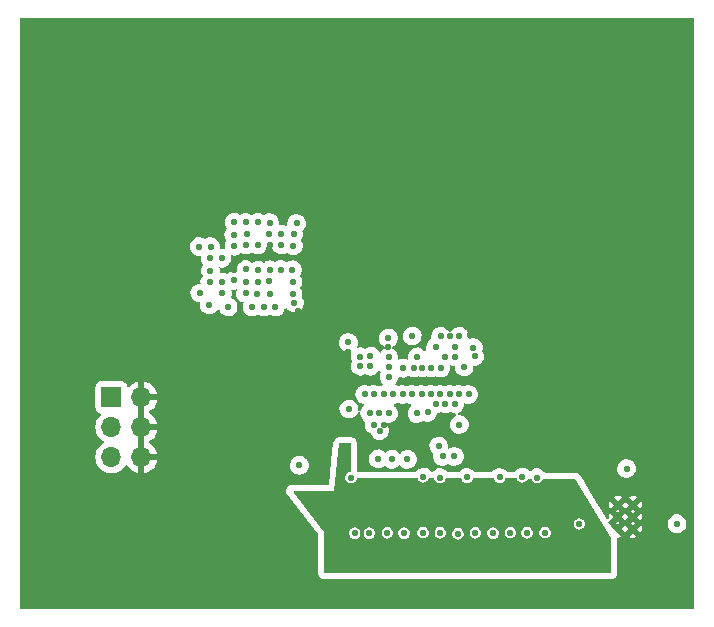
<source format=gbr>
%TF.GenerationSoftware,KiCad,Pcbnew,(5.99.0-3097-g8601b1e63)*%
%TF.CreationDate,2020-09-03T20:39:06+02:00*%
%TF.ProjectId,FD3,4644332e-6b69-4636-9164-5f7063625858,rev?*%
%TF.SameCoordinates,Original*%
%TF.FileFunction,Copper,L5,Inr*%
%TF.FilePolarity,Positive*%
%FSLAX46Y46*%
G04 Gerber Fmt 4.6, Leading zero omitted, Abs format (unit mm)*
G04 Created by KiCad (PCBNEW (5.99.0-3097-g8601b1e63)) date 2020-09-03 20:39:06*
%MOMM*%
%LPD*%
G01*
G04 APERTURE LIST*
%TA.AperFunction,ComponentPad*%
%ADD10R,1.700000X1.700000*%
%TD*%
%TA.AperFunction,ComponentPad*%
%ADD11O,1.700000X1.700000*%
%TD*%
%TA.AperFunction,ComponentPad*%
%ADD12C,0.500000*%
%TD*%
%TA.AperFunction,ViaPad*%
%ADD13C,0.560000*%
%TD*%
G04 APERTURE END LIST*
D10*
%TO.N,/fgpa-logic/m0*%
%TO.C,J33*%
X172712500Y-74100000D03*
D11*
%TO.N,GND*%
X175252500Y-74100000D03*
%TO.N,/fgpa-logic/m1*%
X172712500Y-76640000D03*
%TO.N,GND*%
X175252500Y-76640000D03*
%TO.N,/fgpa-logic/m2*%
X172712500Y-79180000D03*
%TO.N,GND*%
X175252500Y-79180000D03*
%TD*%
D12*
%TO.N,GND*%
%TO.C,U10*%
X215580102Y-83225000D03*
X216880102Y-85225000D03*
X216880102Y-84225000D03*
X215580102Y-84225000D03*
X216880102Y-83225000D03*
X215580102Y-85225000D03*
%TD*%
D13*
%TO.N,GND*%
X188480000Y-66790000D03*
X183080000Y-63330000D03*
X176040000Y-60290000D03*
X201380000Y-68930000D03*
X203070000Y-68840000D03*
X187500000Y-79800000D03*
X216721033Y-76275000D03*
X199725000Y-77325000D03*
X192770000Y-70290000D03*
X215596033Y-74575000D03*
X196160000Y-69880000D03*
X216196033Y-75350000D03*
X186100000Y-61200000D03*
X195800000Y-76410000D03*
X190000000Y-54000000D03*
X201300000Y-77300000D03*
X183590000Y-66410000D03*
X175070000Y-61330000D03*
%TO.N,VCCDDR_1.35V*%
X202180000Y-76400000D03*
X196210000Y-72350000D03*
X196180000Y-75460000D03*
X200580000Y-68930000D03*
X185110000Y-64310000D03*
X202180000Y-68930000D03*
X180140000Y-61340000D03*
X196160000Y-69070000D03*
X192820000Y-75090000D03*
X200425000Y-78225000D03*
X198590000Y-70670000D03*
X194980000Y-76420000D03*
X188040000Y-63300000D03*
X192780000Y-69450000D03*
X182110000Y-65290000D03*
X184200000Y-60300000D03*
%TO.N,+5V*%
X220600000Y-84800000D03*
%TO.N,VCCDDR_1.35V_VREF*%
X196800000Y-83275000D03*
X192730102Y-87625000D03*
X194730102Y-87625000D03*
X203730102Y-87625000D03*
X210900000Y-83275000D03*
X197670000Y-83290000D03*
X199900000Y-83275000D03*
X213730102Y-87625000D03*
X200730102Y-87625000D03*
X196730102Y-87625000D03*
X198730102Y-87625000D03*
X192750000Y-83650000D03*
X201730102Y-87625000D03*
X210730102Y-87625000D03*
X195730102Y-87625000D03*
X209900000Y-83275000D03*
X212730102Y-87625000D03*
X208730102Y-87625000D03*
X204875000Y-83275000D03*
X193975000Y-83275000D03*
X199730102Y-87625000D03*
X204730102Y-87625000D03*
X211730102Y-87625000D03*
X195350000Y-83275000D03*
X206730102Y-87625000D03*
X203875000Y-83275000D03*
X208675000Y-83275000D03*
X205730102Y-87625000D03*
X207730102Y-87625000D03*
X205875000Y-83275000D03*
X201675000Y-83275000D03*
X211900000Y-83275000D03*
X198900000Y-83275000D03*
X202730102Y-87625000D03*
X200775000Y-83275000D03*
X209730102Y-87625000D03*
X207350000Y-83275000D03*
X197730102Y-87625000D03*
X191730102Y-87625000D03*
X193730102Y-87625000D03*
X202725000Y-83275000D03*
%TO.N,Net-(R42-Pad1)*%
X212330102Y-84825000D03*
X216330102Y-80125000D03*
%TO.N,DDR_NWE*%
X183110000Y-61310000D03*
X198970000Y-73850000D03*
X193000000Y-80900000D03*
%TO.N,DDR_NRAS*%
X197370000Y-73850000D03*
X180990000Y-66270000D03*
X195300000Y-79300000D03*
%TO.N,DDR_A0*%
X199100000Y-85550000D03*
X200570000Y-73850000D03*
X187100000Y-60270000D03*
%TO.N,DDR_A1*%
X205575000Y-80875000D03*
X200980000Y-70670000D03*
X187090000Y-63280000D03*
%TO.N,DDR_A2*%
X188400000Y-59369999D03*
X201750000Y-79100000D03*
X201370000Y-73850000D03*
%TO.N,DDR_A3*%
X200180000Y-74660000D03*
X200750000Y-79100000D03*
X183110000Y-59280000D03*
%TO.N,DDR_A4*%
X201780000Y-69870000D03*
X206500000Y-85550000D03*
X187100000Y-61190000D03*
%TO.N,DDR_A5*%
X184100000Y-59290000D03*
X200970000Y-74670000D03*
X202050000Y-85650000D03*
%TO.N,DDR_A6*%
X207500000Y-80850000D03*
X201780000Y-70670000D03*
X188130000Y-61260000D03*
%TO.N,DDR_A7*%
X185100000Y-59280000D03*
X203525000Y-85575000D03*
X201780000Y-74660000D03*
%TO.N,DDR_A8*%
X209425000Y-85550000D03*
X203361851Y-69885802D03*
X182070000Y-62330000D03*
%TO.N,DDR_A9*%
X202170000Y-73850000D03*
X186090000Y-60300000D03*
X202825000Y-80875000D03*
%TO.N,DDR_A10*%
X199000000Y-71620000D03*
X186600000Y-66450000D03*
X196475000Y-79350000D03*
%TO.N,DDR_A11*%
X202570000Y-71530000D03*
X207900000Y-85575000D03*
X181070000Y-62330000D03*
%TO.N,DDR_A12*%
X188100000Y-65350000D03*
X199125000Y-80850000D03*
X200590000Y-71620000D03*
%TO.N,DDR_A13*%
X202970000Y-73850000D03*
X205025000Y-85600000D03*
X186110000Y-59310000D03*
%TO.N,DDR_A14*%
X188140000Y-60280000D03*
X203475000Y-70625000D03*
X203475000Y-70625000D03*
X208750000Y-80900000D03*
%TO.N,DDR_A15*%
X199760000Y-71620000D03*
X188200000Y-66110000D03*
X196075000Y-85575000D03*
%TO.N,DDR_ODT*%
X195425000Y-76925000D03*
X184130000Y-64340000D03*
X188625000Y-79850000D03*
%TO.N,DDR_CKE*%
X198180000Y-68900000D03*
X193300000Y-85600000D03*
%TO.N,DDR_NCS*%
X181110000Y-61330000D03*
X197775000Y-79350000D03*
X198580000Y-75460000D03*
%TO.N,DDR_NCAS*%
X181100000Y-63380000D03*
X194550000Y-85600000D03*
X198170000Y-73850000D03*
%TO.N,DDR_DQ5*%
X196180000Y-70680000D03*
X185070000Y-65330000D03*
%TO.N,DDR_DQ6*%
X182100000Y-64340000D03*
X195380000Y-75460000D03*
%TO.N,DDR_DQ0*%
X184070000Y-65290000D03*
X194170000Y-73850000D03*
%TO.N,DDR_DQ3*%
X194640000Y-70610000D03*
X186110000Y-65310000D03*
%TO.N,DDR_BA1*%
X185120000Y-63320000D03*
X200160000Y-69870000D03*
X197500000Y-85600000D03*
%TO.N,DDR_DQ4*%
X183100000Y-64200000D03*
X196570000Y-73850000D03*
%TO.N,DDR_BA2*%
X200525000Y-80900000D03*
X184100000Y-63270000D03*
X199770000Y-73850000D03*
%TO.N,DDR_DQ2*%
X194580000Y-75460000D03*
X182610000Y-66450000D03*
%TO.N,DDR_DQ1*%
X194610000Y-71460000D03*
X185600000Y-66460000D03*
%TO.N,DDR_DQ7*%
X196190000Y-71560000D03*
X184600000Y-66440000D03*
%TO.N,DDR_BA0*%
X188080000Y-64330000D03*
X199480000Y-75370000D03*
X200550000Y-85575000D03*
%TO.N,DDR_CK_P*%
X184100000Y-61190000D03*
X197370000Y-71630000D03*
%TO.N,DDR_CK_N*%
X198320000Y-71620000D03*
X185100000Y-61200000D03*
%TO.N,DDR_DQS_P*%
X181050000Y-64340000D03*
X194970000Y-73850000D03*
%TO.N,DDR_DQS_N*%
X195770000Y-73850000D03*
X180200000Y-65260000D03*
%TO.N,Net-(U11-PadU6)*%
X183060000Y-60350000D03*
%TO.N,DDR_TDQS_N*%
X193790000Y-71460000D03*
X186090000Y-64220000D03*
%TO.N,DDR_TDQS_P*%
X186110000Y-63300000D03*
X193780000Y-70660000D03*
%TD*%
%TA.AperFunction,Conductor*%
%TO.N,VCCDDR_1.35V_VREF*%
G36*
X193000000Y-80411579D02*
G01*
X192832950Y-80441035D01*
X192686050Y-80525848D01*
X192577016Y-80655790D01*
X192519000Y-80815187D01*
X192519000Y-80984813D01*
X192577016Y-81144210D01*
X192631533Y-81209180D01*
X192686050Y-81274152D01*
X192832950Y-81358965D01*
X193000000Y-81388420D01*
X193167050Y-81358965D01*
X193313950Y-81274152D01*
X193422984Y-81144210D01*
X193432084Y-81119209D01*
X193481000Y-80984813D01*
X193481000Y-80984812D01*
X193511869Y-80900000D01*
X194599986Y-80900000D01*
X196215903Y-80909287D01*
X198639779Y-80923217D01*
X198667608Y-80999675D01*
X198702016Y-81094210D01*
X198743971Y-81144210D01*
X198811050Y-81224152D01*
X198957950Y-81308965D01*
X199125000Y-81338420D01*
X199292050Y-81308965D01*
X199438950Y-81224152D01*
X199506029Y-81144210D01*
X199547984Y-81094210D01*
X199594712Y-80965827D01*
X199608195Y-80928783D01*
X199872590Y-80930302D01*
X200024477Y-80931175D01*
X200044000Y-80984813D01*
X200102016Y-81144210D01*
X200156533Y-81209180D01*
X200211050Y-81274152D01*
X200357950Y-81358965D01*
X200525000Y-81388420D01*
X200692050Y-81358965D01*
X200838950Y-81274152D01*
X200947984Y-81144210D01*
X201023433Y-80936916D01*
X201620046Y-80940345D01*
X202338417Y-80944474D01*
X202344000Y-80959813D01*
X202402016Y-81119210D01*
X202422993Y-81144209D01*
X202511050Y-81249152D01*
X202657950Y-81333965D01*
X202825000Y-81363420D01*
X202992050Y-81333965D01*
X203138950Y-81249152D01*
X203227007Y-81144209D01*
X203247984Y-81119210D01*
X203291373Y-81000000D01*
X203309552Y-80950055D01*
X203687473Y-80952227D01*
X205094181Y-80960311D01*
X205102835Y-80984088D01*
X205152016Y-81119210D01*
X205172993Y-81144209D01*
X205261050Y-81249152D01*
X205407950Y-81333965D01*
X205575000Y-81363420D01*
X205742050Y-81333965D01*
X205888950Y-81249152D01*
X205977007Y-81144209D01*
X205997984Y-81119210D01*
X206053811Y-80965827D01*
X206751611Y-80969837D01*
X207032335Y-80971450D01*
X207077016Y-81094210D01*
X207118971Y-81144210D01*
X207186050Y-81224152D01*
X207332950Y-81308965D01*
X207500000Y-81338420D01*
X207667050Y-81308965D01*
X207813950Y-81224152D01*
X207922984Y-81094210D01*
X207965714Y-80976814D01*
X208266718Y-80978544D01*
X208291916Y-81047775D01*
X208327016Y-81144210D01*
X208381533Y-81209180D01*
X208436050Y-81274152D01*
X208582950Y-81358965D01*
X208750000Y-81388420D01*
X208917050Y-81358965D01*
X209063950Y-81274152D01*
X209118467Y-81209180D01*
X209172984Y-81144210D01*
X209231000Y-80984813D01*
X209231264Y-80984088D01*
X211943496Y-80999675D01*
X212000000Y-81000000D01*
X215000000Y-86000000D01*
X215000000Y-89000000D01*
X190712500Y-89000000D01*
X190712500Y-85515187D01*
X192819000Y-85515187D01*
X192819000Y-85684813D01*
X192877016Y-85844210D01*
X192918971Y-85894210D01*
X192986050Y-85974152D01*
X193132950Y-86058965D01*
X193300000Y-86088420D01*
X193467050Y-86058965D01*
X193613950Y-85974152D01*
X193681029Y-85894210D01*
X193722984Y-85844210D01*
X193781000Y-85684813D01*
X193781000Y-85515187D01*
X194069000Y-85515187D01*
X194069000Y-85684813D01*
X194127016Y-85844210D01*
X194168971Y-85894210D01*
X194236050Y-85974152D01*
X194382950Y-86058965D01*
X194550000Y-86088420D01*
X194717050Y-86058965D01*
X194863950Y-85974152D01*
X194931029Y-85894210D01*
X194972984Y-85844210D01*
X195031000Y-85684813D01*
X195031000Y-85515187D01*
X195021901Y-85490187D01*
X195594000Y-85490187D01*
X195594000Y-85659813D01*
X195652016Y-85819210D01*
X195672993Y-85844209D01*
X195761050Y-85949152D01*
X195907950Y-86033965D01*
X196075000Y-86063420D01*
X196242050Y-86033965D01*
X196388950Y-85949152D01*
X196477007Y-85844209D01*
X196497984Y-85819210D01*
X196556000Y-85659813D01*
X196556000Y-85515187D01*
X197019000Y-85515187D01*
X197019000Y-85684813D01*
X197077016Y-85844210D01*
X197118971Y-85894210D01*
X197186050Y-85974152D01*
X197332950Y-86058965D01*
X197500000Y-86088420D01*
X197667050Y-86058965D01*
X197813950Y-85974152D01*
X197881029Y-85894210D01*
X197922984Y-85844210D01*
X197981000Y-85684813D01*
X197981000Y-85515187D01*
X197962802Y-85465187D01*
X198619000Y-85465187D01*
X198619000Y-85634813D01*
X198677016Y-85794210D01*
X198718971Y-85844210D01*
X198786050Y-85924152D01*
X198932950Y-86008965D01*
X199100000Y-86038420D01*
X199267050Y-86008965D01*
X199413950Y-85924152D01*
X199481029Y-85844210D01*
X199522984Y-85794210D01*
X199581000Y-85634813D01*
X199581000Y-85490187D01*
X200069000Y-85490187D01*
X200069000Y-85659813D01*
X200127016Y-85819210D01*
X200147993Y-85844209D01*
X200236050Y-85949152D01*
X200382950Y-86033965D01*
X200550000Y-86063420D01*
X200717050Y-86033965D01*
X200863950Y-85949152D01*
X200952007Y-85844209D01*
X200972984Y-85819210D01*
X201031000Y-85659813D01*
X201031000Y-85565187D01*
X201569000Y-85565187D01*
X201569000Y-85734813D01*
X201627016Y-85894210D01*
X201673117Y-85949151D01*
X201736050Y-86024152D01*
X201882950Y-86108965D01*
X202050000Y-86138420D01*
X202217050Y-86108965D01*
X202363950Y-86024152D01*
X202426883Y-85949151D01*
X202472984Y-85894210D01*
X202531000Y-85734813D01*
X202531000Y-85565187D01*
X202503703Y-85490187D01*
X203044000Y-85490187D01*
X203044000Y-85659813D01*
X203102016Y-85819210D01*
X203122993Y-85844209D01*
X203211050Y-85949152D01*
X203357950Y-86033965D01*
X203525000Y-86063420D01*
X203692050Y-86033965D01*
X203838950Y-85949152D01*
X203927007Y-85844209D01*
X203947984Y-85819210D01*
X204006000Y-85659813D01*
X204006000Y-85515187D01*
X204544000Y-85515187D01*
X204544000Y-85684813D01*
X204602016Y-85844210D01*
X204643971Y-85894210D01*
X204711050Y-85974152D01*
X204857950Y-86058965D01*
X205025000Y-86088420D01*
X205192050Y-86058965D01*
X205338950Y-85974152D01*
X205406029Y-85894210D01*
X205447984Y-85844210D01*
X205506000Y-85684813D01*
X205506000Y-85515187D01*
X205487802Y-85465187D01*
X206019000Y-85465187D01*
X206019000Y-85634813D01*
X206077016Y-85794210D01*
X206118971Y-85844210D01*
X206186050Y-85924152D01*
X206332950Y-86008965D01*
X206500000Y-86038420D01*
X206667050Y-86008965D01*
X206813950Y-85924152D01*
X206881029Y-85844210D01*
X206922984Y-85794210D01*
X206981000Y-85634813D01*
X206981000Y-85490187D01*
X207419000Y-85490187D01*
X207419000Y-85659813D01*
X207477016Y-85819210D01*
X207497993Y-85844209D01*
X207586050Y-85949152D01*
X207732950Y-86033965D01*
X207900000Y-86063420D01*
X208067050Y-86033965D01*
X208213950Y-85949152D01*
X208302007Y-85844209D01*
X208322984Y-85819210D01*
X208381000Y-85659813D01*
X208381000Y-85490187D01*
X208371901Y-85465187D01*
X208944000Y-85465187D01*
X208944000Y-85634813D01*
X209002016Y-85794210D01*
X209043971Y-85844210D01*
X209111050Y-85924152D01*
X209257950Y-86008965D01*
X209425000Y-86038420D01*
X209592050Y-86008965D01*
X209738950Y-85924152D01*
X209806029Y-85844210D01*
X209847984Y-85794210D01*
X209906000Y-85634813D01*
X209906000Y-85465187D01*
X209847984Y-85305790D01*
X209780905Y-85225849D01*
X209738950Y-85175848D01*
X209592050Y-85091035D01*
X209425000Y-85061580D01*
X209257950Y-85091035D01*
X209111050Y-85175848D01*
X209069095Y-85225849D01*
X209002016Y-85305790D01*
X208944000Y-85465187D01*
X208371901Y-85465187D01*
X208322984Y-85330790D01*
X208234927Y-85225848D01*
X208213950Y-85200848D01*
X208067050Y-85116035D01*
X207900000Y-85086580D01*
X207732950Y-85116035D01*
X207586050Y-85200848D01*
X207565073Y-85225848D01*
X207477016Y-85330790D01*
X207419000Y-85490187D01*
X206981000Y-85490187D01*
X206981000Y-85465187D01*
X206922984Y-85305790D01*
X206855905Y-85225849D01*
X206813950Y-85175848D01*
X206667050Y-85091035D01*
X206500000Y-85061580D01*
X206332950Y-85091035D01*
X206186050Y-85175848D01*
X206144095Y-85225849D01*
X206077016Y-85305790D01*
X206019000Y-85465187D01*
X205487802Y-85465187D01*
X205447984Y-85355790D01*
X205380905Y-85275849D01*
X205338950Y-85225848D01*
X205192050Y-85141035D01*
X205025000Y-85111580D01*
X204857950Y-85141035D01*
X204711050Y-85225848D01*
X204669095Y-85275849D01*
X204602016Y-85355790D01*
X204544000Y-85515187D01*
X204006000Y-85515187D01*
X204006000Y-85490187D01*
X203947984Y-85330790D01*
X203859927Y-85225848D01*
X203838950Y-85200848D01*
X203692050Y-85116035D01*
X203525000Y-85086580D01*
X203357950Y-85116035D01*
X203211050Y-85200848D01*
X203190073Y-85225848D01*
X203102016Y-85330790D01*
X203044000Y-85490187D01*
X202503703Y-85490187D01*
X202472984Y-85405790D01*
X202395476Y-85313420D01*
X202363950Y-85275848D01*
X202217050Y-85191035D01*
X202050000Y-85161580D01*
X201882950Y-85191035D01*
X201736050Y-85275848D01*
X201704524Y-85313420D01*
X201627016Y-85405790D01*
X201569000Y-85565187D01*
X201031000Y-85565187D01*
X201031000Y-85490187D01*
X200972984Y-85330790D01*
X200884927Y-85225848D01*
X200863950Y-85200848D01*
X200717050Y-85116035D01*
X200550000Y-85086580D01*
X200382950Y-85116035D01*
X200236050Y-85200848D01*
X200215073Y-85225848D01*
X200127016Y-85330790D01*
X200069000Y-85490187D01*
X199581000Y-85490187D01*
X199581000Y-85465187D01*
X199522984Y-85305790D01*
X199455905Y-85225849D01*
X199413950Y-85175848D01*
X199267050Y-85091035D01*
X199100000Y-85061580D01*
X198932950Y-85091035D01*
X198786050Y-85175848D01*
X198744095Y-85225849D01*
X198677016Y-85305790D01*
X198619000Y-85465187D01*
X197962802Y-85465187D01*
X197922984Y-85355790D01*
X197855905Y-85275849D01*
X197813950Y-85225848D01*
X197667050Y-85141035D01*
X197500000Y-85111580D01*
X197332950Y-85141035D01*
X197186050Y-85225848D01*
X197144095Y-85275849D01*
X197077016Y-85355790D01*
X197019000Y-85515187D01*
X196556000Y-85515187D01*
X196556000Y-85490187D01*
X196497984Y-85330790D01*
X196409927Y-85225848D01*
X196388950Y-85200848D01*
X196242050Y-85116035D01*
X196075000Y-85086580D01*
X195907950Y-85116035D01*
X195761050Y-85200848D01*
X195740073Y-85225848D01*
X195652016Y-85330790D01*
X195594000Y-85490187D01*
X195021901Y-85490187D01*
X194972984Y-85355790D01*
X194905905Y-85275849D01*
X194863950Y-85225848D01*
X194717050Y-85141035D01*
X194550000Y-85111580D01*
X194382950Y-85141035D01*
X194236050Y-85225848D01*
X194194095Y-85275849D01*
X194127016Y-85355790D01*
X194069000Y-85515187D01*
X193781000Y-85515187D01*
X193722984Y-85355790D01*
X193655905Y-85275849D01*
X193613950Y-85225848D01*
X193467050Y-85141035D01*
X193300000Y-85111580D01*
X193132950Y-85141035D01*
X192986050Y-85225848D01*
X192944095Y-85275849D01*
X192877016Y-85355790D01*
X192819000Y-85515187D01*
X190712500Y-85515187D01*
X190712500Y-85499999D01*
X190123646Y-84740187D01*
X211849102Y-84740187D01*
X211849102Y-84909813D01*
X211907118Y-85069210D01*
X211942671Y-85111580D01*
X212016152Y-85199152D01*
X212163052Y-85283965D01*
X212330102Y-85313420D01*
X212497152Y-85283965D01*
X212644052Y-85199152D01*
X212717533Y-85111580D01*
X212753086Y-85069210D01*
X212811102Y-84909813D01*
X212811102Y-84740187D01*
X212753086Y-84580790D01*
X212698569Y-84515820D01*
X212644052Y-84450848D01*
X212497152Y-84366035D01*
X212330102Y-84336580D01*
X212163052Y-84366035D01*
X212016152Y-84450848D01*
X211907118Y-84580790D01*
X211849102Y-84740187D01*
X190123646Y-84740187D01*
X188157468Y-82203184D01*
X188131549Y-82137088D01*
X188145479Y-82067471D01*
X188194835Y-82016437D01*
X188257060Y-82000000D01*
X191587500Y-82000000D01*
X192000000Y-78000000D01*
X193000000Y-78000000D01*
X193000000Y-80411579D01*
G37*
%TD.AperFunction*%
%TD*%
%TA.AperFunction,Conductor*%
%TO.N,GND*%
G36*
X222000000Y-92000000D02*
G01*
X165000000Y-92000000D01*
X165000000Y-82044703D01*
X187493971Y-82044703D01*
X187493971Y-82044704D01*
X187527063Y-82185458D01*
X187598470Y-82311188D01*
X188680218Y-83706992D01*
X190204500Y-85673807D01*
X190204500Y-89000002D01*
X190250406Y-89211030D01*
X190328579Y-89332670D01*
X190424984Y-89416205D01*
X190437854Y-89427357D01*
X190513919Y-89462094D01*
X190569382Y-89487423D01*
X190712497Y-89508000D01*
X215000002Y-89508000D01*
X215211030Y-89462094D01*
X215332670Y-89383921D01*
X215427356Y-89274647D01*
X215427357Y-89274646D01*
X215487422Y-89143120D01*
X215487423Y-89143118D01*
X215508000Y-89000003D01*
X215508000Y-86004929D01*
X215789816Y-85958780D01*
X215907536Y-85909778D01*
X216548876Y-85909778D01*
X216570306Y-85922452D01*
X216739063Y-85975014D01*
X216915386Y-85987344D01*
X217089816Y-85958780D01*
X217210214Y-85908664D01*
X216880102Y-85578552D01*
X216548876Y-85909778D01*
X215907536Y-85909778D01*
X215910213Y-85908664D01*
X215226549Y-85225000D01*
X215933654Y-85225000D01*
X216230102Y-85521448D01*
X216526550Y-85225000D01*
X217233654Y-85225000D01*
X217563158Y-85554504D01*
X217593286Y-85496628D01*
X217636646Y-85325273D01*
X217638128Y-85136622D01*
X217597466Y-84964612D01*
X217562957Y-84895698D01*
X217233654Y-85225000D01*
X216526550Y-85225000D01*
X216230102Y-84928552D01*
X215933654Y-85225000D01*
X215226549Y-85225000D01*
X214978738Y-84977190D01*
X214971192Y-84964612D01*
X214827425Y-84725000D01*
X215433654Y-84725000D01*
X215580102Y-84871448D01*
X215726550Y-84725000D01*
X216733654Y-84725000D01*
X216880102Y-84871448D01*
X216959889Y-84791661D01*
X219803626Y-84791661D01*
X219830719Y-85006126D01*
X219830720Y-85006128D01*
X219914490Y-85205409D01*
X220048765Y-85374822D01*
X220223653Y-85501885D01*
X220365990Y-85554820D01*
X220426267Y-85577237D01*
X220641681Y-85595326D01*
X220854023Y-85554820D01*
X220921250Y-85521448D01*
X221047653Y-85458701D01*
X221208300Y-85314053D01*
X221324131Y-85131533D01*
X221386612Y-84924587D01*
X221389048Y-84691914D01*
X221357397Y-84578552D01*
X221330916Y-84483706D01*
X221218932Y-84298799D01*
X221061349Y-84150818D01*
X220869777Y-84050667D01*
X220658328Y-84005722D01*
X220658324Y-84005722D01*
X220442582Y-84019294D01*
X220238436Y-84090386D01*
X220238435Y-84090387D01*
X220238434Y-84090387D01*
X220060924Y-84213760D01*
X219923131Y-84380323D01*
X219923129Y-84380326D01*
X219921259Y-84384527D01*
X219860299Y-84521448D01*
X219835206Y-84577808D01*
X219803626Y-84791661D01*
X216959889Y-84791661D01*
X217026550Y-84725000D01*
X216880102Y-84578552D01*
X216733654Y-84725000D01*
X215726550Y-84725000D01*
X215580102Y-84578552D01*
X215433654Y-84725000D01*
X214827425Y-84725000D01*
X214789596Y-84661953D01*
X215226550Y-84225000D01*
X215933654Y-84225000D01*
X216230102Y-84521448D01*
X216526550Y-84225000D01*
X217233654Y-84225000D01*
X217563158Y-84554503D01*
X217593286Y-84496628D01*
X217636646Y-84325273D01*
X217638128Y-84136622D01*
X217597466Y-83964612D01*
X217562957Y-83895698D01*
X217233654Y-84225000D01*
X216526550Y-84225000D01*
X216230102Y-83928552D01*
X215933654Y-84225000D01*
X215226550Y-84225000D01*
X214894749Y-83893200D01*
X214838813Y-84043609D01*
X214816966Y-84219006D01*
X214819789Y-84244993D01*
X214807261Y-84314876D01*
X214758941Y-84366892D01*
X214690170Y-84384527D01*
X214622781Y-84362181D01*
X214586482Y-84323428D01*
X214227426Y-83725000D01*
X215433654Y-83725000D01*
X215580102Y-83871448D01*
X215726550Y-83725000D01*
X216733654Y-83725000D01*
X216880102Y-83871448D01*
X217026550Y-83725000D01*
X216880102Y-83578552D01*
X216733654Y-83725000D01*
X215726550Y-83725000D01*
X215580102Y-83578552D01*
X215433654Y-83725000D01*
X214227426Y-83725000D01*
X213923830Y-83219007D01*
X214816966Y-83219007D01*
X214836054Y-83394724D01*
X214893789Y-83557760D01*
X215226550Y-83225000D01*
X215933654Y-83225000D01*
X216230102Y-83521448D01*
X216526550Y-83225000D01*
X217233654Y-83225000D01*
X217563158Y-83554503D01*
X217593286Y-83496628D01*
X217636646Y-83325273D01*
X217638128Y-83136622D01*
X217597466Y-82964613D01*
X217562956Y-82895698D01*
X217233654Y-83225000D01*
X216526550Y-83225000D01*
X216230102Y-82928552D01*
X215933654Y-83225000D01*
X215226550Y-83225000D01*
X214894750Y-82893200D01*
X214838813Y-83043609D01*
X214816966Y-83219007D01*
X213923830Y-83219007D01*
X213516956Y-82540884D01*
X215249538Y-82540884D01*
X215580102Y-82871448D01*
X215909783Y-82541767D01*
X215907753Y-82540884D01*
X216549538Y-82540884D01*
X216880102Y-82871448D01*
X217209783Y-82541767D01*
X217101318Y-82494606D01*
X216927357Y-82463304D01*
X216750861Y-82472864D01*
X216581298Y-82522768D01*
X216549538Y-82540884D01*
X215907753Y-82540884D01*
X215801318Y-82494606D01*
X215627357Y-82463304D01*
X215450861Y-82472864D01*
X215281298Y-82522768D01*
X215249538Y-82540884D01*
X213516956Y-82540884D01*
X212435605Y-80738634D01*
X212385828Y-80669544D01*
X212277098Y-80574230D01*
X212277097Y-80574229D01*
X212145919Y-80513408D01*
X212145918Y-80513408D01*
X212145916Y-80513407D01*
X212002923Y-80492008D01*
X209416379Y-80477143D01*
X209391138Y-80435466D01*
X209368932Y-80398799D01*
X209211349Y-80250818D01*
X209019777Y-80150667D01*
X208859792Y-80116661D01*
X215533728Y-80116661D01*
X215560821Y-80331126D01*
X215560928Y-80331381D01*
X215644592Y-80530409D01*
X215778867Y-80699822D01*
X215953755Y-80826885D01*
X216096092Y-80879820D01*
X216156369Y-80902237D01*
X216371783Y-80920326D01*
X216584125Y-80879820D01*
X216585507Y-80879134D01*
X216777755Y-80783701D01*
X216938402Y-80639053D01*
X217054233Y-80456533D01*
X217092019Y-80331381D01*
X217116714Y-80249588D01*
X217119150Y-80016913D01*
X217061018Y-79808706D01*
X216949034Y-79623799D01*
X216938653Y-79614051D01*
X216791451Y-79475818D01*
X216599879Y-79375667D01*
X216388430Y-79330722D01*
X216388426Y-79330722D01*
X216172684Y-79344294D01*
X215968538Y-79415386D01*
X215968537Y-79415387D01*
X215968536Y-79415387D01*
X215791026Y-79538760D01*
X215678466Y-79674822D01*
X215653231Y-79705326D01*
X215627321Y-79763523D01*
X215576693Y-79877237D01*
X215565308Y-79902808D01*
X215533728Y-80116661D01*
X208859792Y-80116661D01*
X208808328Y-80105722D01*
X208808324Y-80105722D01*
X208592582Y-80119294D01*
X208388436Y-80190386D01*
X208388435Y-80190387D01*
X208388434Y-80190387D01*
X208238456Y-80294625D01*
X208136617Y-80365405D01*
X207961350Y-80200819D01*
X207961349Y-80200818D01*
X207769777Y-80100667D01*
X207558328Y-80055722D01*
X207558324Y-80055722D01*
X207342582Y-80069294D01*
X207138436Y-80140386D01*
X207138435Y-80140387D01*
X207138434Y-80140387D01*
X206972938Y-80255410D01*
X206960923Y-80263761D01*
X206905194Y-80331126D01*
X206829663Y-80422428D01*
X206796853Y-80462088D01*
X206245483Y-80458919D01*
X206193933Y-80373800D01*
X206184993Y-80365405D01*
X206036349Y-80225818D01*
X205844777Y-80125667D01*
X205633328Y-80080722D01*
X205633324Y-80080722D01*
X205417582Y-80094294D01*
X205213436Y-80165386D01*
X205213435Y-80165387D01*
X205213434Y-80165387D01*
X205071893Y-80263761D01*
X205035923Y-80288761D01*
X204972518Y-80365405D01*
X204901546Y-80451196D01*
X203485879Y-80443059D01*
X203443933Y-80373799D01*
X203353375Y-80288760D01*
X203286349Y-80225818D01*
X203094777Y-80125667D01*
X202883328Y-80080722D01*
X202883324Y-80080722D01*
X202667582Y-80094294D01*
X202463436Y-80165386D01*
X202463435Y-80165387D01*
X202463434Y-80165387D01*
X202285924Y-80288760D01*
X202164558Y-80435466D01*
X201176934Y-80429790D01*
X201106929Y-80364051D01*
X200986349Y-80250818D01*
X200794777Y-80150667D01*
X200769953Y-80145391D01*
X200707483Y-80111664D01*
X200673161Y-80049515D01*
X200677888Y-79978676D01*
X200720163Y-79921638D01*
X200776042Y-79905455D01*
X200774727Y-79898560D01*
X200791680Y-79895326D01*
X200791681Y-79895326D01*
X201004025Y-79854819D01*
X201197653Y-79758701D01*
X201266901Y-79724326D01*
X201373654Y-79801886D01*
X201576265Y-79877237D01*
X201791681Y-79895326D01*
X202004023Y-79854820D01*
X202009589Y-79852057D01*
X202197653Y-79758701D01*
X202358300Y-79614053D01*
X202474131Y-79431533D01*
X202516361Y-79291661D01*
X202536612Y-79224588D01*
X202539048Y-78991913D01*
X202480916Y-78783706D01*
X202368932Y-78598799D01*
X202359973Y-78590386D01*
X202211349Y-78450818D01*
X202019777Y-78350667D01*
X201808328Y-78305722D01*
X201808324Y-78305722D01*
X201592582Y-78319294D01*
X201212310Y-78451720D01*
X201211349Y-78450818D01*
X201210556Y-78450404D01*
X201214048Y-78116913D01*
X201155916Y-77908706D01*
X201043932Y-77723799D01*
X200967521Y-77652044D01*
X200886349Y-77575818D01*
X200694777Y-77475667D01*
X200483328Y-77430722D01*
X200483324Y-77430722D01*
X200267582Y-77444294D01*
X200063436Y-77515386D01*
X200063435Y-77515387D01*
X200063434Y-77515387D01*
X199885924Y-77638760D01*
X199748131Y-77805323D01*
X199748129Y-77805326D01*
X199660206Y-78002808D01*
X199628626Y-78216661D01*
X199655719Y-78431126D01*
X199655720Y-78431128D01*
X199739490Y-78630409D01*
X199873765Y-78799822D01*
X199984808Y-78880499D01*
X199976394Y-78937479D01*
X199953626Y-79091661D01*
X199980719Y-79306126D01*
X199996764Y-79344295D01*
X200064490Y-79505409D01*
X200198765Y-79674822D01*
X200373653Y-79801885D01*
X200410408Y-79815554D01*
X200547164Y-79866414D01*
X200604040Y-79908907D01*
X200628913Y-79975403D01*
X200613888Y-80044792D01*
X200563733Y-80095041D01*
X200511154Y-80110262D01*
X200367582Y-80119294D01*
X200163436Y-80190386D01*
X200163435Y-80190387D01*
X200163434Y-80190387D01*
X199985924Y-80313760D01*
X199985923Y-80313761D01*
X199896025Y-80422428D01*
X199788148Y-80421808D01*
X199743932Y-80348799D01*
X199586349Y-80200818D01*
X199394777Y-80100667D01*
X199183328Y-80055722D01*
X199183324Y-80055722D01*
X198967582Y-80069294D01*
X198763436Y-80140386D01*
X198763435Y-80140387D01*
X198763434Y-80140387D01*
X198597938Y-80255410D01*
X198585923Y-80263761D01*
X198479828Y-80392009D01*
X198461483Y-80414184D01*
X194602919Y-80392008D01*
X194600000Y-80392000D01*
X193611692Y-80392000D01*
X193547138Y-80331379D01*
X193508000Y-80294625D01*
X193508000Y-79291661D01*
X194503626Y-79291661D01*
X194530719Y-79506126D01*
X194530720Y-79506128D01*
X194614490Y-79705409D01*
X194748765Y-79874822D01*
X194923653Y-80001885D01*
X195126267Y-80077237D01*
X195341681Y-80095326D01*
X195554023Y-80054820D01*
X195747653Y-79958701D01*
X195806788Y-79905455D01*
X195847123Y-79869137D01*
X195923763Y-79924820D01*
X195923765Y-79924822D01*
X196098653Y-80051885D01*
X196301267Y-80127237D01*
X196516681Y-80145326D01*
X196729023Y-80104820D01*
X196748148Y-80095326D01*
X196922653Y-80008701D01*
X197083300Y-79864053D01*
X197083301Y-79864052D01*
X197137162Y-79815555D01*
X197223765Y-79924822D01*
X197398653Y-80051885D01*
X197601267Y-80127237D01*
X197816681Y-80145326D01*
X198029023Y-80104820D01*
X198048148Y-80095326D01*
X198222653Y-80008701D01*
X198383300Y-79864053D01*
X198499131Y-79681533D01*
X198561240Y-79475819D01*
X198561612Y-79474588D01*
X198564048Y-79241913D01*
X198505916Y-79033706D01*
X198393932Y-78848799D01*
X198236349Y-78700818D01*
X198044777Y-78600667D01*
X197833328Y-78555722D01*
X197833324Y-78555722D01*
X197617582Y-78569294D01*
X197413436Y-78640386D01*
X197413435Y-78640387D01*
X197413434Y-78640387D01*
X197235924Y-78763760D01*
X197206092Y-78799821D01*
X197134251Y-78886661D01*
X197093932Y-78848799D01*
X196936349Y-78700818D01*
X196744777Y-78600667D01*
X196533328Y-78555722D01*
X196533324Y-78555722D01*
X196317582Y-78569294D01*
X196113434Y-78640387D01*
X195904715Y-78785449D01*
X195761349Y-78650818D01*
X195569777Y-78550667D01*
X195358328Y-78505722D01*
X195358324Y-78505722D01*
X195142582Y-78519294D01*
X194938436Y-78590386D01*
X194938435Y-78590387D01*
X194938434Y-78590387D01*
X194760924Y-78713760D01*
X194623131Y-78880323D01*
X194623129Y-78880326D01*
X194597682Y-78937482D01*
X194538997Y-79069294D01*
X194535206Y-79077808D01*
X194503626Y-79291661D01*
X193508000Y-79291661D01*
X193508000Y-77999998D01*
X193462094Y-77788970D01*
X193383921Y-77667330D01*
X193274647Y-77572644D01*
X193274646Y-77572643D01*
X193143120Y-77512578D01*
X193143118Y-77512577D01*
X193000003Y-77492000D01*
X192000000Y-77492000D01*
X191837484Y-77518697D01*
X191709998Y-77583205D01*
X191708467Y-77583980D01*
X191606421Y-77679819D01*
X191603071Y-77682965D01*
X191529830Y-77807635D01*
X191529829Y-77807637D01*
X191529829Y-77807638D01*
X191494679Y-77947891D01*
X191337112Y-79475819D01*
X191129194Y-81492000D01*
X187999999Y-81492000D01*
X187883736Y-81505483D01*
X187749125Y-81558269D01*
X187634838Y-81646842D01*
X187550132Y-81764027D01*
X187516894Y-81857905D01*
X187501874Y-81900327D01*
X187493971Y-82044703D01*
X165000000Y-82044703D01*
X165000000Y-73250000D01*
X171346663Y-73250000D01*
X171346663Y-74950000D01*
X171370866Y-75040326D01*
X171415772Y-75207919D01*
X171530926Y-75345155D01*
X171686072Y-75434728D01*
X171693282Y-75435999D01*
X171711410Y-75439196D01*
X171775021Y-75470722D01*
X171811491Y-75531635D01*
X171809239Y-75602596D01*
X171779862Y-75651122D01*
X171658580Y-75775839D01*
X171528045Y-75965768D01*
X171431378Y-76174975D01*
X171371342Y-76397479D01*
X171349729Y-76626126D01*
X171349654Y-76626920D01*
X171366932Y-76856728D01*
X171422686Y-77080345D01*
X171515320Y-77291369D01*
X171642183Y-77483768D01*
X171799653Y-77652044D01*
X171927225Y-77748876D01*
X171983221Y-77791379D01*
X172174991Y-77891208D01*
X171907119Y-78086544D01*
X171819249Y-78150620D01*
X171658580Y-78315839D01*
X171528045Y-78505768D01*
X171431378Y-78714975D01*
X171371342Y-78937479D01*
X171352162Y-79140386D01*
X171349654Y-79166920D01*
X171366932Y-79396728D01*
X171422686Y-79620345D01*
X171515320Y-79831369D01*
X171642183Y-80023768D01*
X171799653Y-80192044D01*
X171983223Y-80331381D01*
X172187641Y-80437794D01*
X172407070Y-80508245D01*
X172635232Y-80540717D01*
X172635233Y-80540717D01*
X172865604Y-80534282D01*
X173091597Y-80489124D01*
X173091598Y-80489124D01*
X173091601Y-80489123D01*
X173306750Y-80406535D01*
X173433749Y-80331128D01*
X173504913Y-80288874D01*
X173679385Y-80140387D01*
X173680417Y-80139509D01*
X173709422Y-80104820D01*
X173828247Y-79962706D01*
X173850296Y-79924823D01*
X173917877Y-79808706D01*
X173944173Y-79763525D01*
X173944174Y-79763523D01*
X173975310Y-79710025D01*
X174182183Y-80023768D01*
X174339653Y-80192044D01*
X174523223Y-80331381D01*
X174727641Y-80437794D01*
X174947071Y-80508245D01*
X174998500Y-80515564D01*
X174998500Y-79434000D01*
X175506500Y-79434000D01*
X175506500Y-80514122D01*
X175631596Y-80489125D01*
X175846750Y-80406535D01*
X176044912Y-80288874D01*
X176220417Y-80139509D01*
X176368248Y-79962705D01*
X176438696Y-79841661D01*
X187828626Y-79841661D01*
X187855719Y-80056126D01*
X187871764Y-80094295D01*
X187939490Y-80255409D01*
X188073765Y-80424822D01*
X188248653Y-80551885D01*
X188390990Y-80604820D01*
X188451267Y-80627237D01*
X188666681Y-80645326D01*
X188879023Y-80604820D01*
X188880405Y-80604134D01*
X189072653Y-80508701D01*
X189233300Y-80364053D01*
X189349131Y-80181533D01*
X189368717Y-80116661D01*
X189411612Y-79974588D01*
X189414048Y-79741913D01*
X189355916Y-79533706D01*
X189243932Y-79348799D01*
X189198490Y-79306126D01*
X189086349Y-79200818D01*
X188894777Y-79100667D01*
X188683328Y-79055722D01*
X188683324Y-79055722D01*
X188467582Y-79069294D01*
X188263436Y-79140386D01*
X188263435Y-79140387D01*
X188263434Y-79140387D01*
X188085924Y-79263760D01*
X187948131Y-79430323D01*
X187948129Y-79430326D01*
X187902103Y-79533705D01*
X187861991Y-79623799D01*
X187860206Y-79627808D01*
X187828626Y-79841661D01*
X176438696Y-79841661D01*
X176484174Y-79763523D01*
X176564883Y-79547660D01*
X176586565Y-79434000D01*
X175506500Y-79434000D01*
X174998500Y-79434000D01*
X174998500Y-76894000D01*
X175506500Y-76894000D01*
X175506500Y-78926000D01*
X176586808Y-78926000D01*
X176571698Y-78837600D01*
X176495149Y-78620226D01*
X176383069Y-78418860D01*
X176238658Y-78239247D01*
X176066058Y-78086544D01*
X175777516Y-77907642D01*
X176044910Y-77748876D01*
X176220417Y-77599509D01*
X176368248Y-77422705D01*
X176484174Y-77223523D01*
X176564883Y-77007660D01*
X176586565Y-76894000D01*
X175506500Y-76894000D01*
X174998500Y-76894000D01*
X174998500Y-74354000D01*
X175506500Y-74354000D01*
X175506500Y-76386000D01*
X176586808Y-76386000D01*
X176571698Y-76297600D01*
X176495149Y-76080226D01*
X176383069Y-75878860D01*
X176238658Y-75699247D01*
X176066058Y-75546544D01*
X175777516Y-75367642D01*
X176044910Y-75208876D01*
X176220417Y-75059509D01*
X176368248Y-74882705D01*
X176484174Y-74683523D01*
X176564883Y-74467660D01*
X176586565Y-74354000D01*
X175506500Y-74354000D01*
X174998500Y-74354000D01*
X174998500Y-73846000D01*
X175506500Y-73846000D01*
X176586808Y-73846000D01*
X176571698Y-73757600D01*
X176495149Y-73540226D01*
X176383069Y-73338860D01*
X176238658Y-73159247D01*
X176066058Y-73006544D01*
X175870188Y-72885101D01*
X175656658Y-72798395D01*
X175506500Y-72765381D01*
X175506500Y-73846000D01*
X174998500Y-73846000D01*
X174998500Y-72762960D01*
X174972628Y-72766137D01*
X174751885Y-72832363D01*
X174545460Y-72934833D01*
X174359246Y-73070624D01*
X174255967Y-73176826D01*
X174194136Y-73211718D01*
X174123256Y-73207642D01*
X174065832Y-73165892D01*
X174043931Y-73121597D01*
X174009228Y-72992082D01*
X174009228Y-72992081D01*
X173894074Y-72854845D01*
X173738928Y-72765272D01*
X173650714Y-72749718D01*
X173562500Y-72734163D01*
X171862500Y-72734163D01*
X171783209Y-72755409D01*
X171604581Y-72803272D01*
X171467345Y-72918426D01*
X171377772Y-73073572D01*
X171367351Y-73132673D01*
X171346663Y-73250000D01*
X165000000Y-73250000D01*
X165000000Y-69441661D01*
X191983626Y-69441661D01*
X192010719Y-69656126D01*
X192010720Y-69656128D01*
X192094490Y-69855409D01*
X192228765Y-70024822D01*
X192403653Y-70151885D01*
X192606267Y-70227237D01*
X192821680Y-70245326D01*
X192821681Y-70245326D01*
X192890074Y-70232279D01*
X192960735Y-70239162D01*
X193016458Y-70283155D01*
X193039551Y-70350291D01*
X193028790Y-70407294D01*
X193015206Y-70437805D01*
X192983626Y-70651661D01*
X193010719Y-70866126D01*
X193010720Y-70866128D01*
X193094490Y-71065409D01*
X193094492Y-71065411D01*
X193098119Y-71074040D01*
X193068608Y-71140323D01*
X193025205Y-71237809D01*
X192993626Y-71451661D01*
X193020719Y-71666126D01*
X193020720Y-71666128D01*
X193104490Y-71865409D01*
X193238765Y-72034822D01*
X193413653Y-72161885D01*
X193616267Y-72237237D01*
X193831681Y-72255326D01*
X194044025Y-72214819D01*
X194186205Y-72144239D01*
X194436265Y-72237237D01*
X194651681Y-72255326D01*
X194864023Y-72214820D01*
X194916641Y-72188700D01*
X195057653Y-72118701D01*
X195218300Y-71974053D01*
X195242824Y-71935410D01*
X195263500Y-71902830D01*
X195316890Y-71856032D01*
X195387105Y-71845527D01*
X195451853Y-71874651D01*
X195486038Y-71921515D01*
X195492815Y-71937636D01*
X195504490Y-71965409D01*
X195504492Y-71965412D01*
X195510814Y-71980449D01*
X195462166Y-72089714D01*
X195445205Y-72127809D01*
X195413626Y-72341661D01*
X195440719Y-72556126D01*
X195440720Y-72556128D01*
X195524490Y-72755409D01*
X195562426Y-72803272D01*
X195738514Y-73025441D01*
X195612583Y-73069295D01*
X195612582Y-73069295D01*
X195522494Y-73100667D01*
X195352808Y-73159758D01*
X195351831Y-73159247D01*
X195315754Y-73140387D01*
X195239777Y-73100667D01*
X195028328Y-73055722D01*
X195028325Y-73055722D01*
X194812582Y-73069294D01*
X194552808Y-73159758D01*
X194551831Y-73159247D01*
X194515754Y-73140387D01*
X194439777Y-73100667D01*
X194228328Y-73055722D01*
X194228325Y-73055722D01*
X194012582Y-73069294D01*
X193808436Y-73140386D01*
X193808435Y-73140387D01*
X193808434Y-73140387D01*
X193630924Y-73263760D01*
X193560574Y-73348799D01*
X193493129Y-73430326D01*
X193405206Y-73627808D01*
X193373626Y-73841661D01*
X193400719Y-74056126D01*
X193400720Y-74056128D01*
X193484490Y-74255409D01*
X193584708Y-74381853D01*
X193599726Y-74418955D01*
X193625837Y-74429960D01*
X193793653Y-74551885D01*
X193935990Y-74604820D01*
X193996267Y-74627237D01*
X194003824Y-74627872D01*
X194070032Y-74653505D01*
X194111872Y-74710863D01*
X194116059Y-74781736D01*
X194065190Y-74856894D01*
X194040924Y-74873760D01*
X193903131Y-75040323D01*
X193903130Y-75040325D01*
X193848809Y-75162333D01*
X193802829Y-75216429D01*
X193734902Y-75237078D01*
X193666594Y-75217726D01*
X193619592Y-75164515D01*
X193607709Y-75109764D01*
X193607815Y-75099714D01*
X193609048Y-74981914D01*
X193609048Y-74981913D01*
X193550916Y-74773706D01*
X193444000Y-74597167D01*
X193436088Y-74567298D01*
X193399709Y-74551965D01*
X193281350Y-74440819D01*
X193281349Y-74440818D01*
X193089777Y-74340667D01*
X192878328Y-74295722D01*
X192878324Y-74295722D01*
X192662582Y-74309294D01*
X192458436Y-74380386D01*
X192458435Y-74380387D01*
X192458434Y-74380387D01*
X192280924Y-74503760D01*
X192143131Y-74670323D01*
X192143129Y-74670326D01*
X192107484Y-74750387D01*
X192060065Y-74856895D01*
X192055206Y-74867808D01*
X192023626Y-75081661D01*
X192050719Y-75296126D01*
X192050720Y-75296128D01*
X192134490Y-75495409D01*
X192268765Y-75664822D01*
X192443653Y-75791885D01*
X192585990Y-75844820D01*
X192646267Y-75867237D01*
X192861681Y-75885326D01*
X193074023Y-75844820D01*
X193075405Y-75844134D01*
X193267653Y-75748701D01*
X193428300Y-75604053D01*
X193497248Y-75495409D01*
X193553165Y-75407299D01*
X193606554Y-75360500D01*
X193676769Y-75349995D01*
X193741517Y-75379119D01*
X193784556Y-75459021D01*
X193810719Y-75666126D01*
X193824642Y-75699247D01*
X193894490Y-75865409D01*
X194028765Y-76034822D01*
X194203653Y-76161885D01*
X194203654Y-76161886D01*
X194218878Y-76172946D01*
X194215207Y-76197805D01*
X194215206Y-76197807D01*
X194205896Y-76260856D01*
X194183626Y-76411661D01*
X194210719Y-76626126D01*
X194210720Y-76626128D01*
X194294490Y-76825409D01*
X194428765Y-76994822D01*
X194603653Y-77121885D01*
X194660762Y-77143124D01*
X194694559Y-77223523D01*
X194739490Y-77330409D01*
X194873765Y-77499822D01*
X195048653Y-77626885D01*
X195251267Y-77702237D01*
X195466681Y-77720326D01*
X195679023Y-77679820D01*
X195734979Y-77652043D01*
X195872653Y-77583701D01*
X196033300Y-77439053D01*
X196149131Y-77256533D01*
X196173072Y-77177237D01*
X196211612Y-77049588D01*
X196214048Y-76816913D01*
X196155916Y-76608706D01*
X196055013Y-76442095D01*
X196036834Y-76373466D01*
X196058644Y-76305902D01*
X196113520Y-76260856D01*
X196173332Y-76251266D01*
X196221681Y-76255326D01*
X196434023Y-76214820D01*
X196435405Y-76214134D01*
X196627653Y-76118701D01*
X196788300Y-75974053D01*
X196904131Y-75791533D01*
X196938291Y-75678391D01*
X196966612Y-75584588D01*
X196969048Y-75351913D01*
X196910916Y-75143706D01*
X196798933Y-74958799D01*
X196722856Y-74887358D01*
X196670128Y-74837844D01*
X196634164Y-74776632D01*
X196637001Y-74705693D01*
X196677742Y-74647548D01*
X196732772Y-74622227D01*
X196824023Y-74604820D01*
X196957640Y-74538493D01*
X197135987Y-74604819D01*
X197196267Y-74627237D01*
X197411681Y-74645326D01*
X197624025Y-74604819D01*
X197699611Y-74567298D01*
X197757640Y-74538493D01*
X197996269Y-74627238D01*
X198003824Y-74627872D01*
X198070032Y-74653505D01*
X198111872Y-74710863D01*
X198116059Y-74781736D01*
X198065190Y-74856894D01*
X198040924Y-74873760D01*
X197943494Y-74991533D01*
X197903129Y-75040326D01*
X197872214Y-75109764D01*
X197847838Y-75164515D01*
X197815206Y-75237808D01*
X197783626Y-75451661D01*
X197810719Y-75666126D01*
X197824642Y-75699247D01*
X197894490Y-75865409D01*
X198028765Y-76034822D01*
X198203653Y-76161885D01*
X198406267Y-76237237D01*
X198621681Y-76255326D01*
X198834023Y-76214820D01*
X198928802Y-76167771D01*
X199027653Y-76118701D01*
X199086664Y-76065566D01*
X199103650Y-76071883D01*
X199103653Y-76071885D01*
X199295702Y-76143308D01*
X199306267Y-76147237D01*
X199521681Y-76165326D01*
X199734023Y-76124820D01*
X199735405Y-76124134D01*
X199927653Y-76028701D01*
X200088300Y-75884053D01*
X200204131Y-75701533D01*
X200266612Y-75494587D01*
X200266612Y-75494584D01*
X200281935Y-75443832D01*
X200434023Y-75414820D01*
X200470469Y-75396728D01*
X200551841Y-75356334D01*
X200593650Y-75371883D01*
X200593653Y-75371885D01*
X200753683Y-75431400D01*
X200796267Y-75447237D01*
X201011681Y-75465326D01*
X201224025Y-75424819D01*
X201373440Y-75350648D01*
X201403652Y-75361884D01*
X201403653Y-75361885D01*
X201449994Y-75379119D01*
X201606266Y-75437237D01*
X201772221Y-75451173D01*
X201838430Y-75476805D01*
X201880270Y-75534163D01*
X201884458Y-75605036D01*
X201849664Y-75666922D01*
X201831116Y-75678391D01*
X201832607Y-75680537D01*
X201818436Y-75690386D01*
X201818434Y-75690387D01*
X201640924Y-75813760D01*
X201503131Y-75980323D01*
X201503129Y-75980326D01*
X201458651Y-76080228D01*
X201416469Y-76174972D01*
X201415206Y-76177808D01*
X201383626Y-76391661D01*
X201410719Y-76606126D01*
X201410720Y-76606128D01*
X201494490Y-76805409D01*
X201628765Y-76974822D01*
X201803653Y-77101885D01*
X202006267Y-77177237D01*
X202221681Y-77195326D01*
X202434023Y-77154820D01*
X202457586Y-77143123D01*
X202627653Y-77058701D01*
X202788300Y-76914053D01*
X202904131Y-76731533D01*
X202935955Y-76626128D01*
X202966612Y-76524588D01*
X202969048Y-76291913D01*
X202910916Y-76083706D01*
X202798932Y-75898799D01*
X202741449Y-75844819D01*
X202641349Y-75750818D01*
X202449777Y-75650667D01*
X202238328Y-75605722D01*
X202238324Y-75605722D01*
X202187643Y-75608910D01*
X202118400Y-75593225D01*
X202068631Y-75542594D01*
X202054135Y-75473093D01*
X202079515Y-75406788D01*
X202123705Y-75370301D01*
X202227653Y-75318701D01*
X202388300Y-75174053D01*
X202504131Y-74991533D01*
X202544781Y-74856895D01*
X202566612Y-74784588D01*
X202569145Y-74542769D01*
X202593649Y-74551882D01*
X202593653Y-74551885D01*
X202782796Y-74622227D01*
X202796267Y-74627237D01*
X203011681Y-74645326D01*
X203224023Y-74604820D01*
X203299610Y-74567298D01*
X203417653Y-74508701D01*
X203578300Y-74364053D01*
X203694131Y-74181533D01*
X203756612Y-73974587D01*
X203759048Y-73741914D01*
X203759048Y-73741913D01*
X203700916Y-73533706D01*
X203588932Y-73348799D01*
X203578348Y-73338860D01*
X203431349Y-73200818D01*
X203239777Y-73100667D01*
X203028328Y-73055722D01*
X203028324Y-73055722D01*
X202812582Y-73069294D01*
X202552808Y-73159758D01*
X202551831Y-73159247D01*
X202515754Y-73140387D01*
X202439777Y-73100667D01*
X202228328Y-73055722D01*
X202228325Y-73055722D01*
X202012582Y-73069294D01*
X201752808Y-73159758D01*
X201751831Y-73159247D01*
X201715754Y-73140387D01*
X201639777Y-73100667D01*
X201428328Y-73055722D01*
X201428325Y-73055722D01*
X201212582Y-73069294D01*
X200952808Y-73159758D01*
X200951831Y-73159247D01*
X200915754Y-73140387D01*
X200839777Y-73100667D01*
X200628328Y-73055722D01*
X200628325Y-73055722D01*
X200412582Y-73069294D01*
X200152808Y-73159758D01*
X200151831Y-73159247D01*
X200115754Y-73140387D01*
X200039777Y-73100667D01*
X199828328Y-73055722D01*
X199828325Y-73055722D01*
X199612582Y-73069294D01*
X199352808Y-73159758D01*
X199351831Y-73159247D01*
X199315754Y-73140387D01*
X199239777Y-73100667D01*
X199028328Y-73055722D01*
X199028325Y-73055722D01*
X198812582Y-73069294D01*
X198552808Y-73159758D01*
X198551831Y-73159247D01*
X198515754Y-73140387D01*
X198439777Y-73100667D01*
X198228328Y-73055722D01*
X198228325Y-73055722D01*
X198012582Y-73069294D01*
X197752808Y-73159758D01*
X197751831Y-73159247D01*
X197715754Y-73140387D01*
X197639777Y-73100667D01*
X197428328Y-73055722D01*
X197428325Y-73055722D01*
X197212582Y-73069294D01*
X196952808Y-73159758D01*
X196824482Y-73092671D01*
X196826178Y-73089427D01*
X196789212Y-73069468D01*
X196754892Y-73007317D01*
X196759622Y-72936478D01*
X196793575Y-72886316D01*
X196818300Y-72864053D01*
X196934131Y-72681533D01*
X197035048Y-72347280D01*
X197196265Y-72407237D01*
X197411681Y-72425326D01*
X197624025Y-72384819D01*
X197817653Y-72288701D01*
X197817654Y-72288701D01*
X197865374Y-72265012D01*
X197943653Y-72321885D01*
X198146267Y-72397237D01*
X198361681Y-72415326D01*
X198574025Y-72374819D01*
X198629501Y-72347280D01*
X198656244Y-72334005D01*
X198826267Y-72397237D01*
X199041681Y-72415326D01*
X199254025Y-72374819D01*
X199309502Y-72347280D01*
X199370508Y-72316997D01*
X199586265Y-72397237D01*
X199801681Y-72415326D01*
X200014023Y-72374820D01*
X200022303Y-72370710D01*
X200160489Y-72302113D01*
X200213652Y-72321885D01*
X200213653Y-72321885D01*
X200266826Y-72341660D01*
X200416266Y-72397237D01*
X200631681Y-72415326D01*
X200844023Y-72374820D01*
X200845405Y-72374134D01*
X201037653Y-72278701D01*
X201198300Y-72134053D01*
X201314131Y-71951533D01*
X201362438Y-71791533D01*
X201376612Y-71744588D01*
X201380604Y-71363312D01*
X201403650Y-71371883D01*
X201403653Y-71371885D01*
X201606267Y-71447237D01*
X201765918Y-71460644D01*
X201800719Y-71736126D01*
X201800720Y-71736128D01*
X201884490Y-71935409D01*
X202018765Y-72104822D01*
X202193653Y-72231885D01*
X202396267Y-72307237D01*
X202611681Y-72325326D01*
X202824023Y-72284820D01*
X202825405Y-72284134D01*
X203017653Y-72188701D01*
X203178300Y-72044053D01*
X203294131Y-71861533D01*
X203356612Y-71654587D01*
X203358106Y-71511914D01*
X203359204Y-71407102D01*
X203516681Y-71420326D01*
X203516682Y-71420326D01*
X203729023Y-71379820D01*
X203762278Y-71363312D01*
X203922653Y-71283701D01*
X204083300Y-71139053D01*
X204199131Y-70956533D01*
X204220388Y-70886128D01*
X204261612Y-70749588D01*
X204264048Y-70516913D01*
X204205916Y-70308708D01*
X204205915Y-70308705D01*
X204107472Y-70146156D01*
X204148463Y-70010389D01*
X204150899Y-69777716D01*
X204146487Y-69761914D01*
X204092767Y-69569508D01*
X203980783Y-69384601D01*
X203935325Y-69341913D01*
X203823200Y-69236620D01*
X203631628Y-69136469D01*
X203420179Y-69091524D01*
X203420175Y-69091524D01*
X203204435Y-69105096D01*
X203201472Y-69106128D01*
X203000285Y-69176189D01*
X203000280Y-69176192D01*
X202965211Y-69188405D01*
X202969048Y-68821913D01*
X202910916Y-68613706D01*
X202798932Y-68428799D01*
X202766985Y-68398799D01*
X202641349Y-68280818D01*
X202449777Y-68180667D01*
X202238328Y-68135722D01*
X202238324Y-68135722D01*
X202022582Y-68149294D01*
X201818436Y-68220386D01*
X201818435Y-68220387D01*
X201818434Y-68220387D01*
X201640924Y-68343760D01*
X201503131Y-68510323D01*
X201503129Y-68510326D01*
X201503129Y-68510327D01*
X201493194Y-68532640D01*
X201447214Y-68586735D01*
X201379287Y-68607384D01*
X201310979Y-68588031D01*
X201270312Y-68546661D01*
X201198932Y-68428799D01*
X201166985Y-68398799D01*
X201041349Y-68280818D01*
X200849777Y-68180667D01*
X200638328Y-68135722D01*
X200638324Y-68135722D01*
X200422582Y-68149294D01*
X200218436Y-68220386D01*
X200218435Y-68220387D01*
X200218434Y-68220387D01*
X200040924Y-68343760D01*
X199927947Y-68480326D01*
X199903129Y-68510326D01*
X199886952Y-68546661D01*
X199818385Y-68700668D01*
X199815206Y-68707808D01*
X199788057Y-68891661D01*
X199783627Y-68921660D01*
X199788712Y-68961913D01*
X199812545Y-69150580D01*
X199798435Y-69160387D01*
X199798434Y-69160387D01*
X199620924Y-69283760D01*
X199490298Y-69441660D01*
X199483129Y-69450326D01*
X199434879Y-69558700D01*
X199400759Y-69635336D01*
X199395206Y-69647808D01*
X199363626Y-69861661D01*
X199384607Y-70027741D01*
X199373301Y-70097832D01*
X199325895Y-70150683D01*
X199257442Y-70169514D01*
X199173348Y-70135383D01*
X199118375Y-70083760D01*
X199051349Y-70020818D01*
X198859777Y-69920667D01*
X198648328Y-69875722D01*
X198648324Y-69875722D01*
X198516987Y-69883984D01*
X198447745Y-69868299D01*
X198397975Y-69817668D01*
X198383479Y-69748167D01*
X198408859Y-69681862D01*
X198453049Y-69645375D01*
X198627653Y-69558701D01*
X198788300Y-69414053D01*
X198904131Y-69231533D01*
X198917152Y-69188405D01*
X198966612Y-69024588D01*
X198969048Y-68791913D01*
X198910916Y-68583706D01*
X198798932Y-68398799D01*
X198641349Y-68250818D01*
X198449777Y-68150667D01*
X198238328Y-68105722D01*
X198238324Y-68105722D01*
X198022582Y-68119294D01*
X197818436Y-68190386D01*
X197818435Y-68190387D01*
X197818434Y-68190387D01*
X197640924Y-68313760D01*
X197503131Y-68480323D01*
X197503129Y-68480326D01*
X197463739Y-68568799D01*
X197418997Y-68669294D01*
X197415206Y-68677808D01*
X197383626Y-68891661D01*
X197410719Y-69106126D01*
X197410720Y-69106128D01*
X197494490Y-69305409D01*
X197628765Y-69474822D01*
X197803653Y-69601885D01*
X197949502Y-69656126D01*
X198006267Y-69677237D01*
X198221680Y-69695326D01*
X198221681Y-69695326D01*
X198234392Y-69692901D01*
X198305052Y-69699784D01*
X198360776Y-69743776D01*
X198383869Y-69810912D01*
X198367001Y-69879876D01*
X198299439Y-69935660D01*
X198228436Y-69960386D01*
X198228435Y-69960387D01*
X198228434Y-69960387D01*
X198050924Y-70083760D01*
X197921404Y-70240323D01*
X197913129Y-70250326D01*
X197887136Y-70308708D01*
X197829659Y-70437807D01*
X197825206Y-70447808D01*
X197793627Y-70661658D01*
X197826301Y-70920314D01*
X197639778Y-70880667D01*
X197639777Y-70880667D01*
X197428328Y-70835722D01*
X197428325Y-70835722D01*
X197212584Y-70849294D01*
X197178875Y-70861033D01*
X197008434Y-70920387D01*
X197008430Y-70920390D01*
X196965242Y-70935430D01*
X196969048Y-70571913D01*
X196910916Y-70363706D01*
X196798932Y-70178799D01*
X196641350Y-70030819D01*
X196641349Y-70030818D01*
X196547655Y-69981836D01*
X196496555Y-69932552D01*
X196480211Y-69863462D01*
X196503814Y-69796504D01*
X196550008Y-69757317D01*
X196607650Y-69728703D01*
X196607651Y-69728702D01*
X196607653Y-69728701D01*
X196768300Y-69584053D01*
X196884131Y-69401533D01*
X196902131Y-69341914D01*
X196946612Y-69194588D01*
X196949048Y-68961913D01*
X196890916Y-68753706D01*
X196778932Y-68568799D01*
X196621349Y-68420818D01*
X196429777Y-68320667D01*
X196218328Y-68275722D01*
X196218324Y-68275722D01*
X196002582Y-68289294D01*
X195798436Y-68360386D01*
X195798435Y-68360387D01*
X195798434Y-68360387D01*
X195620924Y-68483760D01*
X195483131Y-68650323D01*
X195483129Y-68650326D01*
X195443032Y-68740387D01*
X195406735Y-68821914D01*
X195395206Y-68847808D01*
X195363626Y-69061661D01*
X195390719Y-69276126D01*
X195390720Y-69276128D01*
X195474490Y-69475409D01*
X195608765Y-69644822D01*
X195674941Y-69692901D01*
X195940295Y-69885691D01*
X195818435Y-69970387D01*
X195818434Y-69970387D01*
X195640924Y-70093760D01*
X195503131Y-70260323D01*
X195415125Y-70366704D01*
X195258932Y-70108799D01*
X195172614Y-70027741D01*
X195101349Y-69960818D01*
X194909777Y-69860667D01*
X194698328Y-69815722D01*
X194698324Y-69815722D01*
X194482582Y-69829294D01*
X194278434Y-69900387D01*
X194171834Y-69974475D01*
X194049780Y-69910668D01*
X194049778Y-69910668D01*
X194049777Y-69910667D01*
X193838328Y-69865722D01*
X193838325Y-69865722D01*
X193471751Y-69888784D01*
X193566612Y-69574588D01*
X193569048Y-69341913D01*
X193510916Y-69133706D01*
X193398932Y-68948799D01*
X193370029Y-68921657D01*
X193241349Y-68800818D01*
X193049777Y-68700667D01*
X192838328Y-68655722D01*
X192838324Y-68655722D01*
X192622582Y-68669294D01*
X192418436Y-68740386D01*
X192418435Y-68740387D01*
X192418434Y-68740387D01*
X192240924Y-68863760D01*
X192103131Y-69030323D01*
X192103129Y-69030326D01*
X192057103Y-69133705D01*
X192015206Y-69227807D01*
X192013686Y-69238101D01*
X191983626Y-69441661D01*
X165000000Y-69441661D01*
X165000000Y-61331661D01*
X179343626Y-61331661D01*
X179370719Y-61546126D01*
X179370720Y-61546128D01*
X179454490Y-61745409D01*
X179588765Y-61914822D01*
X179763653Y-62041885D01*
X179966267Y-62117237D01*
X180181681Y-62135326D01*
X180181683Y-62135326D01*
X180299679Y-62145234D01*
X180288356Y-62221914D01*
X180273626Y-62321661D01*
X180300719Y-62536126D01*
X180315121Y-62570386D01*
X180384490Y-62735409D01*
X180494437Y-62874128D01*
X180423131Y-62960323D01*
X180349668Y-63125326D01*
X180335206Y-63157808D01*
X180303626Y-63371661D01*
X180330719Y-63586126D01*
X180438159Y-63841716D01*
X180373131Y-63920322D01*
X180285206Y-64117807D01*
X180253626Y-64331660D01*
X180261348Y-64392778D01*
X180270466Y-64464957D01*
X180042582Y-64479294D01*
X179838436Y-64550386D01*
X179838435Y-64550387D01*
X179838434Y-64550387D01*
X179660924Y-64673760D01*
X179532496Y-64829003D01*
X179523129Y-64840326D01*
X179483061Y-64930323D01*
X179437033Y-65033705D01*
X179435206Y-65037808D01*
X179403626Y-65251661D01*
X179430719Y-65466126D01*
X179430720Y-65466128D01*
X179514490Y-65665409D01*
X179648765Y-65834822D01*
X179823653Y-65961885D01*
X179931287Y-66001914D01*
X180026267Y-66037237D01*
X180224311Y-66053868D01*
X180208356Y-66161914D01*
X180193626Y-66261661D01*
X180220719Y-66476126D01*
X180220720Y-66476128D01*
X180304490Y-66675409D01*
X180438765Y-66844822D01*
X180613653Y-66971885D01*
X180816267Y-67047237D01*
X181031681Y-67065326D01*
X181244023Y-67024820D01*
X181264164Y-67014822D01*
X181437653Y-66928701D01*
X181598300Y-66784053D01*
X181647333Y-66706790D01*
X181700723Y-66659992D01*
X181770938Y-66649487D01*
X181835686Y-66678611D01*
X181869871Y-66725475D01*
X181924490Y-66855409D01*
X182058765Y-67024822D01*
X182233653Y-67151885D01*
X182375990Y-67204820D01*
X182436267Y-67227237D01*
X182651681Y-67245326D01*
X182864023Y-67204820D01*
X182884170Y-67194819D01*
X183057653Y-67108701D01*
X183218300Y-66964053D01*
X183334131Y-66781533D01*
X183373998Y-66649487D01*
X183396612Y-66574588D01*
X183399048Y-66341913D01*
X183340916Y-66133706D01*
X183228932Y-65948799D01*
X183163982Y-65887807D01*
X183071349Y-65800818D01*
X182879777Y-65700667D01*
X182879775Y-65700667D01*
X182819719Y-65669270D01*
X182896612Y-65414588D01*
X182899048Y-65181916D01*
X182899048Y-65181914D01*
X182840915Y-64973705D01*
X182839876Y-64969984D01*
X183141679Y-64995326D01*
X183141681Y-64995326D01*
X183320958Y-64961127D01*
X183273626Y-65281660D01*
X183300719Y-65496126D01*
X183300720Y-65496128D01*
X183384490Y-65695409D01*
X183518765Y-65864822D01*
X183693653Y-65991885D01*
X183693654Y-65991885D01*
X183693655Y-65991886D01*
X183901395Y-66069144D01*
X183872650Y-66133706D01*
X183835205Y-66217809D01*
X183803626Y-66431661D01*
X183830719Y-66646126D01*
X183836548Y-66659992D01*
X183914490Y-66845409D01*
X184048765Y-67014822D01*
X184223653Y-67141885D01*
X184392876Y-67204819D01*
X184426267Y-67217237D01*
X184641681Y-67235326D01*
X184854025Y-67194819D01*
X185047653Y-67098701D01*
X185047654Y-67098700D01*
X185100547Y-67072444D01*
X185223654Y-67161886D01*
X185426265Y-67237237D01*
X185641681Y-67255326D01*
X185854026Y-67214819D01*
X186000949Y-67141885D01*
X186047653Y-67118701D01*
X186047654Y-67118700D01*
X186125078Y-67080266D01*
X186223653Y-67151885D01*
X186426267Y-67227237D01*
X186641681Y-67245326D01*
X186854023Y-67204820D01*
X186874170Y-67194819D01*
X187047653Y-67108701D01*
X187208300Y-66964053D01*
X187324131Y-66781533D01*
X187365164Y-66645626D01*
X187404001Y-66586194D01*
X187468804Y-66557194D01*
X187538999Y-66567832D01*
X187584531Y-66603779D01*
X187620759Y-66649487D01*
X187648765Y-66684822D01*
X187823653Y-66811885D01*
X187965990Y-66864820D01*
X188026267Y-66887237D01*
X188241681Y-66905326D01*
X188454023Y-66864820D01*
X188493126Y-66845409D01*
X188647653Y-66768701D01*
X188808300Y-66624053D01*
X188924131Y-66441533D01*
X188986612Y-66234587D01*
X188989048Y-66001914D01*
X188984026Y-65983927D01*
X188930916Y-65793706D01*
X188874569Y-65700667D01*
X188837056Y-65638725D01*
X188886612Y-65474587D01*
X188889048Y-65241914D01*
X188877880Y-65201913D01*
X188830916Y-65033706D01*
X188702504Y-64821672D01*
X188804131Y-64661533D01*
X188837689Y-64550386D01*
X188866612Y-64454588D01*
X188869048Y-64221913D01*
X188810916Y-64013708D01*
X188810915Y-64013705D01*
X188698932Y-63828799D01*
X188698931Y-63828798D01*
X188669638Y-63780429D01*
X188764132Y-63631531D01*
X188826612Y-63424588D01*
X188829048Y-63191913D01*
X188770916Y-62983706D01*
X188658932Y-62798799D01*
X188501349Y-62650818D01*
X188309777Y-62550667D01*
X188098328Y-62505722D01*
X188098324Y-62505722D01*
X187882582Y-62519294D01*
X187678436Y-62590386D01*
X187678435Y-62590387D01*
X187678434Y-62590387D01*
X187658755Y-62604064D01*
X187590677Y-62651378D01*
X187551349Y-62630818D01*
X187359777Y-62530667D01*
X187148328Y-62485722D01*
X187148324Y-62485722D01*
X186932582Y-62499294D01*
X186728436Y-62570386D01*
X186728435Y-62570387D01*
X186728434Y-62570387D01*
X186594954Y-62663159D01*
X186571350Y-62650819D01*
X186571349Y-62650818D01*
X186379777Y-62550667D01*
X186168328Y-62505722D01*
X186168324Y-62505722D01*
X185952582Y-62519294D01*
X185748436Y-62590386D01*
X185748435Y-62590387D01*
X185748434Y-62590387D01*
X185719658Y-62610387D01*
X185610660Y-62686142D01*
X185581351Y-62670820D01*
X185581349Y-62670818D01*
X185389777Y-62570667D01*
X185178328Y-62525722D01*
X185178324Y-62525722D01*
X184962582Y-62539294D01*
X184758436Y-62610386D01*
X184758435Y-62610387D01*
X184758434Y-62610387D01*
X184638791Y-62693541D01*
X184561349Y-62620818D01*
X184369777Y-62520667D01*
X184158328Y-62475722D01*
X184158324Y-62475722D01*
X183942582Y-62489294D01*
X183738436Y-62560386D01*
X183738435Y-62560387D01*
X183738434Y-62560387D01*
X183560924Y-62683760D01*
X183423131Y-62850323D01*
X183423129Y-62850326D01*
X183412532Y-62874128D01*
X183335206Y-63047807D01*
X183329690Y-63085160D01*
X183303627Y-63261659D01*
X183326333Y-63441430D01*
X183158328Y-63405722D01*
X182942582Y-63419294D01*
X182738436Y-63490386D01*
X182738435Y-63490387D01*
X182738434Y-63490387D01*
X182718003Y-63504587D01*
X182497831Y-63657610D01*
X182369780Y-63590668D01*
X182369778Y-63590668D01*
X182369777Y-63590667D01*
X182158328Y-63545722D01*
X182158324Y-63545722D01*
X181886001Y-63562853D01*
X181886611Y-63504590D01*
X181886612Y-63504587D01*
X181889048Y-63271914D01*
X181841792Y-63102664D01*
X182111681Y-63125326D01*
X182324023Y-63084820D01*
X182325405Y-63084134D01*
X182517653Y-62988701D01*
X182678300Y-62844053D01*
X182794131Y-62661533D01*
X182836661Y-62520667D01*
X182856612Y-62454588D01*
X182860525Y-62080877D01*
X183151681Y-62105326D01*
X183364023Y-62064820D01*
X183419588Y-62037237D01*
X183557653Y-61968701D01*
X183666551Y-61870648D01*
X183723651Y-61891884D01*
X183723653Y-61891885D01*
X183926267Y-61967237D01*
X184141681Y-61985326D01*
X184354023Y-61944820D01*
X184414453Y-61914822D01*
X184547653Y-61848701D01*
X184547654Y-61848700D01*
X184608723Y-61818385D01*
X184650451Y-61848701D01*
X184723653Y-61901885D01*
X184926267Y-61977237D01*
X185141681Y-61995326D01*
X185354023Y-61954820D01*
X185374170Y-61944819D01*
X185547653Y-61858701D01*
X185708300Y-61714053D01*
X185824131Y-61531533D01*
X185828782Y-61516128D01*
X185886612Y-61324588D01*
X185889226Y-61074966D01*
X185916266Y-61077237D01*
X185916267Y-61077237D01*
X186131681Y-61095326D01*
X186131682Y-61095326D01*
X186288931Y-61065329D01*
X186303627Y-61181660D01*
X186330720Y-61396128D01*
X186414490Y-61595409D01*
X186548765Y-61764822D01*
X186723653Y-61891885D01*
X186926267Y-61967237D01*
X187141681Y-61985326D01*
X187354025Y-61944819D01*
X187547653Y-61848701D01*
X187577486Y-61833892D01*
X187578764Y-61834820D01*
X187578765Y-61834822D01*
X187753653Y-61961885D01*
X187956267Y-62037237D01*
X188171681Y-62055326D01*
X188384023Y-62014820D01*
X188443438Y-61985326D01*
X188577653Y-61918701D01*
X188738300Y-61774053D01*
X188854131Y-61591533D01*
X188866561Y-61550363D01*
X188916612Y-61384588D01*
X188919048Y-61151913D01*
X188860916Y-60943708D01*
X188860915Y-60943705D01*
X188791325Y-60828799D01*
X188759548Y-60776329D01*
X188864131Y-60611533D01*
X188880860Y-60556126D01*
X188926612Y-60404588D01*
X188929048Y-60171914D01*
X188916733Y-60127807D01*
X188880743Y-59998905D01*
X189008300Y-59884052D01*
X189124131Y-59701532D01*
X189161993Y-59576127D01*
X189186612Y-59494587D01*
X189189048Y-59261912D01*
X189130916Y-59053705D01*
X189018932Y-58868798D01*
X189009907Y-58860323D01*
X188861349Y-58720817D01*
X188669777Y-58620666D01*
X188458328Y-58575721D01*
X188458324Y-58575721D01*
X188242582Y-58589293D01*
X188038436Y-58660385D01*
X188038435Y-58660386D01*
X188038434Y-58660386D01*
X187860924Y-58783759D01*
X187790574Y-58868798D01*
X187723129Y-58950325D01*
X187635206Y-59147807D01*
X187603626Y-59361660D01*
X187611463Y-59423695D01*
X187600157Y-59493786D01*
X187552751Y-59546637D01*
X187484298Y-59565468D01*
X187428083Y-59551149D01*
X187369777Y-59520667D01*
X187158328Y-59475722D01*
X187158325Y-59475722D01*
X186896008Y-59492225D01*
X186897376Y-59361660D01*
X186899048Y-59201914D01*
X186858813Y-59057807D01*
X186840916Y-58993706D01*
X186728932Y-58808799D01*
X186606428Y-58693760D01*
X186571349Y-58660818D01*
X186379777Y-58560667D01*
X186168328Y-58515722D01*
X186168324Y-58515722D01*
X185952582Y-58529294D01*
X185748436Y-58600386D01*
X185748435Y-58600387D01*
X185748434Y-58600387D01*
X185643133Y-58673574D01*
X185561350Y-58630819D01*
X185561349Y-58630818D01*
X185369777Y-58530667D01*
X185158328Y-58485722D01*
X185158324Y-58485722D01*
X184942582Y-58499294D01*
X184738436Y-58570386D01*
X184738435Y-58570387D01*
X184738434Y-58570387D01*
X184604580Y-58663419D01*
X184561350Y-58640819D01*
X184561349Y-58640818D01*
X184369777Y-58540667D01*
X184158328Y-58495722D01*
X184158324Y-58495722D01*
X183942582Y-58509294D01*
X183738436Y-58580386D01*
X183738435Y-58580387D01*
X183738434Y-58580387D01*
X183625295Y-58659021D01*
X183571350Y-58630819D01*
X183571349Y-58630818D01*
X183379777Y-58530667D01*
X183168328Y-58485722D01*
X183168324Y-58485722D01*
X182952582Y-58499294D01*
X182748436Y-58570386D01*
X182748435Y-58570387D01*
X182748434Y-58570387D01*
X182570924Y-58693760D01*
X182433131Y-58860323D01*
X182433129Y-58860326D01*
X182393061Y-58950322D01*
X182347033Y-59053705D01*
X182345206Y-59057808D01*
X182313626Y-59271661D01*
X182340719Y-59486126D01*
X182340720Y-59486128D01*
X182424490Y-59685409D01*
X182503390Y-59784956D01*
X182383131Y-59930322D01*
X182295206Y-60127807D01*
X182263626Y-60341661D01*
X182290719Y-60556126D01*
X182290720Y-60556128D01*
X182374490Y-60755409D01*
X182432658Y-60828799D01*
X182450500Y-60851310D01*
X182345206Y-61087807D01*
X182313626Y-61301660D01*
X182324103Y-61384587D01*
X182340720Y-61516128D01*
X182340722Y-61516132D01*
X182349126Y-61582655D01*
X182339780Y-61580668D01*
X182339777Y-61580667D01*
X182128328Y-61535722D01*
X182128325Y-61535722D01*
X182014044Y-61542912D01*
X181912582Y-61549295D01*
X181912581Y-61549295D01*
X181895609Y-61550363D01*
X181899048Y-61221913D01*
X181840916Y-61013706D01*
X181728932Y-60828799D01*
X181673056Y-60776328D01*
X181571349Y-60680818D01*
X181379777Y-60580667D01*
X181168328Y-60535722D01*
X181168324Y-60535722D01*
X180952582Y-60549294D01*
X180748434Y-60620387D01*
X180627459Y-60704466D01*
X180449686Y-60611531D01*
X180409777Y-60590667D01*
X180198328Y-60545722D01*
X180198324Y-60545722D01*
X179982582Y-60559294D01*
X179778436Y-60630386D01*
X179778435Y-60630387D01*
X179778434Y-60630387D01*
X179600924Y-60753760D01*
X179463131Y-60920323D01*
X179463129Y-60920326D01*
X179452719Y-60943708D01*
X179386735Y-61091914D01*
X179375206Y-61117808D01*
X179343626Y-61331661D01*
X165000000Y-61331661D01*
X165000000Y-42000000D01*
X222000000Y-42000000D01*
X222000000Y-92000000D01*
G37*
%TD.AperFunction*%
%TD*%
M02*

</source>
